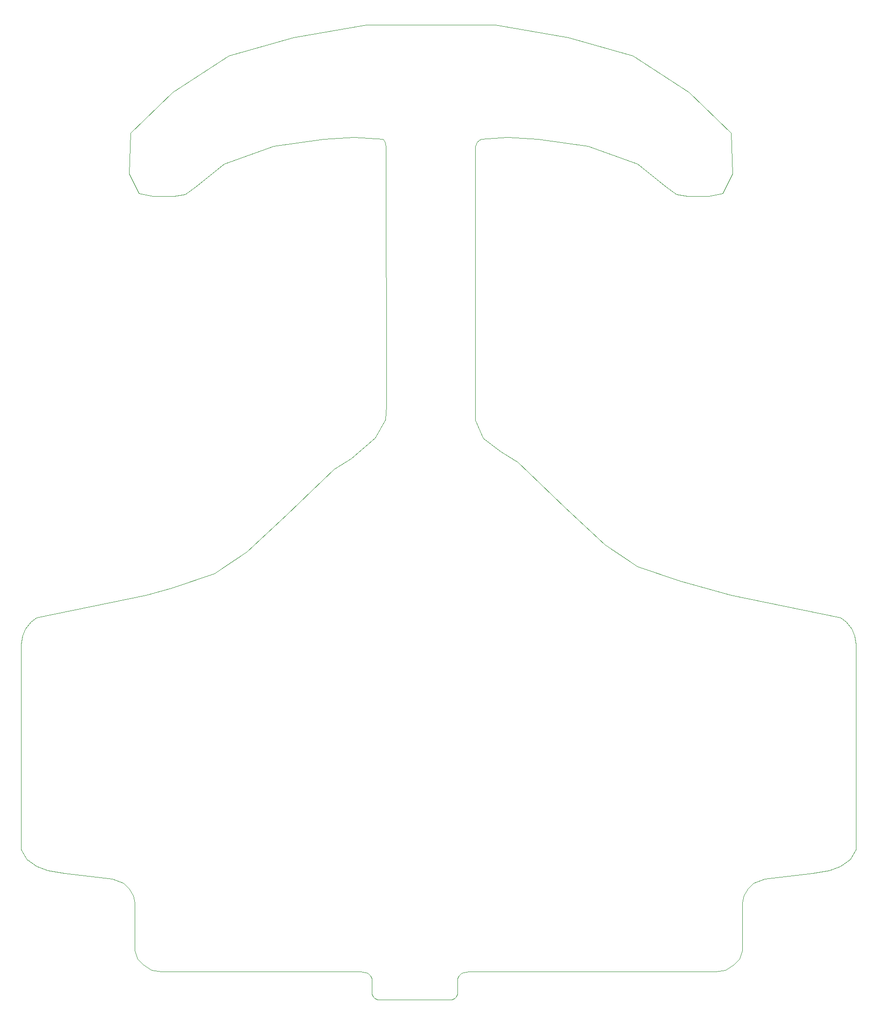
<source format=gbr>
%TF.GenerationSoftware,KiCad,Pcbnew,9.0.2*%
%TF.CreationDate,2025-06-19T21:36:48+05:30*%
%TF.ProjectId,line_follower,6c696e65-5f66-46f6-9c6c-6f7765722e6b,rev?*%
%TF.SameCoordinates,Original*%
%TF.FileFunction,Profile,NP*%
%FSLAX46Y46*%
G04 Gerber Fmt 4.6, Leading zero omitted, Abs format (unit mm)*
G04 Created by KiCad (PCBNEW 9.0.2) date 2025-06-19 21:36:48*
%MOMM*%
%LPD*%
G01*
G04 APERTURE LIST*
%TA.AperFunction,Profile*%
%ADD10C,0.050000*%
%TD*%
G04 APERTURE END LIST*
D10*
X190144400Y-168021000D02*
X209956400Y-172085000D01*
X107365800Y-86893400D02*
X116408200Y-85598000D01*
X209956400Y-172085000D02*
X210972400Y-172847000D01*
X190398400Y-91821000D02*
X188620400Y-95377000D01*
X143840200Y-136423400D02*
X143814800Y-133654800D01*
X81432400Y-84455000D02*
X81178400Y-91821000D01*
X192176400Y-223647000D02*
X192176400Y-224663000D01*
X124104400Y-64897000D02*
X110896400Y-67183000D01*
X109829600Y-153441400D02*
X114223800Y-149174200D01*
X125120400Y-238125000D02*
X125120400Y-240157000D01*
X135788400Y-64897000D02*
X124104400Y-64897000D01*
X121869200Y-85242400D02*
X127177800Y-85598000D01*
X211988400Y-174117000D02*
X212496400Y-175387000D01*
X141376400Y-236347000D02*
X140868400Y-236855000D01*
X61874400Y-175387000D02*
X61620400Y-176911000D01*
X140360400Y-240665000D02*
X140106400Y-240919000D01*
X99212400Y-70485000D02*
X89052400Y-77089000D01*
X139598400Y-241173000D02*
X133756400Y-241173000D01*
X61620400Y-183515000D02*
X61620400Y-213995000D01*
X192430400Y-222377000D02*
X192176400Y-223647000D01*
X78130400Y-219329000D02*
X80162400Y-220091000D01*
X114223800Y-149174200D02*
X118237000Y-145288000D01*
X148412200Y-142036800D02*
X145313400Y-139649200D01*
X140868400Y-236855000D02*
X140614400Y-237363000D01*
X160680400Y-67183000D02*
X172364400Y-70485000D01*
X182524400Y-77089000D02*
X190144400Y-84455000D01*
X127558800Y-136296400D02*
X127711200Y-133807200D01*
X209956400Y-217043000D02*
X207924400Y-217805000D01*
X91313000Y-95554800D02*
X93167200Y-94259400D01*
X125628400Y-240919000D02*
X126136400Y-241173000D01*
X123088400Y-236093000D02*
X124358400Y-236347000D01*
X118237000Y-145288000D02*
X121386600Y-143306800D01*
X121310400Y-236093000D02*
X123088400Y-236093000D01*
X82956400Y-95377000D02*
X85496400Y-95885000D01*
X181000400Y-165481000D02*
X173202600Y-162915600D01*
X85242400Y-235839000D02*
X87020400Y-236093000D01*
X64414400Y-217043000D02*
X66446400Y-217805000D01*
X84226400Y-168021000D02*
X64414400Y-172085000D01*
X140614400Y-240157000D02*
X140360400Y-240665000D01*
X126136400Y-241173000D02*
X133756400Y-241173000D01*
X140614400Y-238125000D02*
X140614400Y-240157000D01*
X142646400Y-236093000D02*
X141376400Y-236347000D01*
X143814800Y-133654800D02*
X143865600Y-86969600D01*
X149707600Y-85242400D02*
X144830800Y-85623400D01*
X88798400Y-166751000D02*
X84226400Y-168021000D01*
X190652400Y-234823000D02*
X189128400Y-235839000D01*
X87020400Y-236093000D02*
X90068400Y-236093000D01*
X81178400Y-221107000D02*
X81940400Y-222377000D01*
X83718400Y-234823000D02*
X85242400Y-235839000D01*
X180263800Y-95554800D02*
X178409600Y-94259400D01*
X89052400Y-77089000D02*
X81432400Y-84455000D01*
X140614400Y-237363000D02*
X140614400Y-238125000D01*
X125120400Y-237363000D02*
X125120400Y-238125000D01*
X191668400Y-233807000D02*
X190652400Y-234823000D01*
X62636400Y-215773000D02*
X64414400Y-217043000D01*
X85496400Y-95885000D02*
X89306400Y-95885000D01*
X61620400Y-213995000D02*
X62636400Y-215773000D01*
X210972400Y-172847000D02*
X211988400Y-174117000D01*
X185572400Y-166751000D02*
X190144400Y-168021000D01*
X211734400Y-215773000D02*
X209956400Y-217043000D01*
X207924400Y-217805000D02*
X204876400Y-218313000D01*
X204876400Y-218313000D02*
X196240400Y-219329000D01*
X164211000Y-86893400D02*
X155168600Y-85598000D01*
X66446400Y-217805000D02*
X69494400Y-218313000D01*
X178409600Y-94259400D02*
X173202600Y-90068400D01*
X159969200Y-152171400D02*
X155575000Y-147904200D01*
X212750400Y-183515000D02*
X212750400Y-213995000D01*
X90068400Y-236093000D02*
X121310400Y-236093000D01*
X182270400Y-95885000D02*
X180263800Y-95554800D01*
X194208400Y-220091000D02*
X193192400Y-221107000D01*
X212750400Y-176911000D02*
X212750400Y-183515000D01*
X184556400Y-236093000D02*
X142646400Y-236093000D01*
X82194400Y-224663000D02*
X82194400Y-232283000D01*
X125679200Y-139598400D02*
X127558800Y-136296400D01*
X64414400Y-172085000D02*
X63398400Y-172847000D01*
X144195800Y-86080600D02*
X144830800Y-85623400D01*
X69494400Y-218313000D02*
X78130400Y-219329000D01*
X173202600Y-162915600D02*
X167309800Y-158877000D01*
X143865600Y-86969600D02*
X144195800Y-86080600D01*
X192176400Y-224663000D02*
X192176400Y-232283000D01*
X192176400Y-232283000D02*
X191668400Y-233807000D01*
X151561800Y-144018000D02*
X148412200Y-142036800D01*
X125120400Y-240157000D02*
X125374400Y-240665000D01*
X82702400Y-233807000D02*
X83718400Y-234823000D01*
X140106400Y-240919000D02*
X139598400Y-241173000D01*
X212750400Y-213995000D02*
X211734400Y-215773000D01*
X155168600Y-85598000D02*
X149707600Y-85242400D01*
X62382400Y-174117000D02*
X61874400Y-175387000D01*
X102489000Y-160147000D02*
X109829600Y-153441400D01*
X212496400Y-175387000D02*
X212750400Y-176911000D01*
X82194400Y-232283000D02*
X82702400Y-233807000D01*
X96596200Y-164185600D02*
X102489000Y-160147000D01*
X155575000Y-147904200D02*
X151561800Y-144018000D01*
X145313400Y-139649200D02*
X143840200Y-136423400D01*
X172364400Y-70485000D02*
X182524400Y-77089000D01*
X124358400Y-236347000D02*
X124866400Y-236855000D01*
X124866400Y-236855000D02*
X125120400Y-237363000D01*
X81178400Y-91821000D02*
X82956400Y-95377000D01*
X61620400Y-176911000D02*
X61620400Y-183515000D01*
X80162400Y-220091000D02*
X81178400Y-221107000D01*
X127514350Y-86106000D02*
X127177800Y-85598000D01*
X121386600Y-143306800D02*
X125679200Y-139598400D01*
X98374200Y-90068400D02*
X107365800Y-86893400D01*
X196240400Y-219329000D02*
X194208400Y-220091000D01*
X147472400Y-64897000D02*
X160680400Y-67183000D01*
X127704850Y-86944200D02*
X127514350Y-86106000D01*
X167309800Y-158877000D02*
X159969200Y-152171400D01*
X186080400Y-95885000D02*
X182270400Y-95885000D01*
X88798400Y-166751000D02*
X96596200Y-164185600D01*
X110896400Y-67183000D02*
X99212400Y-70485000D01*
X190144400Y-84455000D02*
X190398400Y-91821000D01*
X89306400Y-95885000D02*
X91313000Y-95554800D01*
X187350400Y-236093000D02*
X184556400Y-236093000D01*
X188620400Y-95377000D02*
X186080400Y-95885000D01*
X125374400Y-240665000D02*
X125628400Y-240919000D01*
X181000400Y-165481000D02*
X185572400Y-166751000D01*
X135788400Y-64897000D02*
X147472400Y-64897000D01*
X127711200Y-133807200D02*
X127704850Y-86944200D01*
X63398400Y-172847000D02*
X62382400Y-174117000D01*
X82194400Y-223647000D02*
X82194400Y-224663000D01*
X93167200Y-94259400D02*
X98374200Y-90068400D01*
X81940400Y-222377000D02*
X82194400Y-223647000D01*
X193192400Y-221107000D02*
X192430400Y-222377000D01*
X173202600Y-90068400D02*
X164211000Y-86893400D01*
X189128400Y-235839000D02*
X187350400Y-236093000D01*
X116408200Y-85598000D02*
X121869200Y-85242400D01*
M02*

</source>
